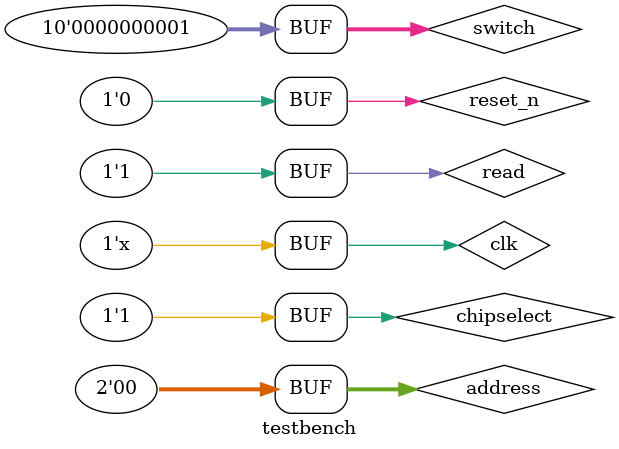
<source format=v>
`timescale 1ns / 1ps

module testbench ();

	reg [1:0] address;
	reg chipselect;
	reg clk;
	reg reset_n;
	reg read;
	reg [9:0] switch;
	wire [31:0] readdata;

SwitchReader T1 (address, chipselect, clk, reset_n, read, switch, readdata);

	always
		#10 clk <= ~clk;

	initial 
		begin
			clk <= 1'b0;
			address <= 2'b0;
			chipselect <= 1'b0;
			read <= 1'b0;
			reset_n <= 1'b0;
			switch <= 10'b0;
			#15 reset_n <= 1;
			#10 chipselect = 1'b1;
			read <= 1'b1;
			#20 switch <= 10'h2aa;
			#40 chipselect <= 1'b0;
			read <= 1'b0;
			#20 switch <= 10'h155;
			#20 chipselect <= 1'b1;
			read <= 1'b1;
			#40 switch <= 10'h3ff;
			#20 switch <= 10'h001;
			#60 reset_n <= 0;
		end
	
endmodule 
</source>
